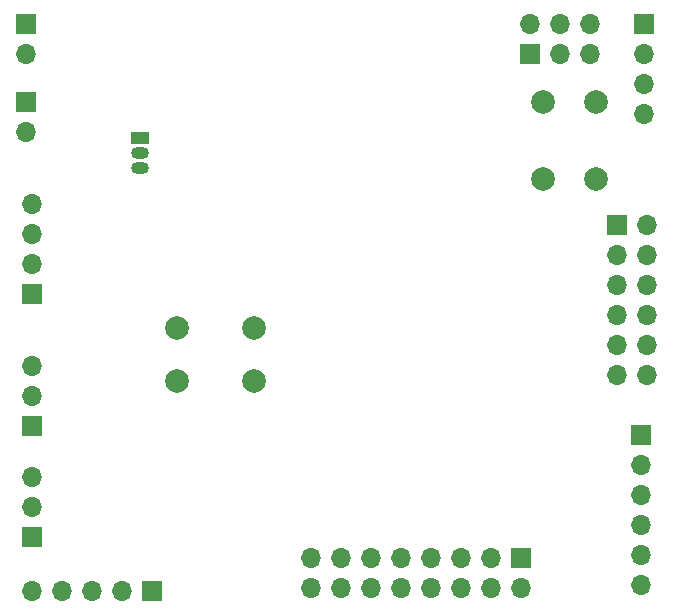
<source format=gbr>
%TF.GenerationSoftware,KiCad,Pcbnew,5.1.10-88a1d61d58~90~ubuntu21.04.1*%
%TF.CreationDate,2021-08-24T17:57:03+02:00*%
%TF.ProjectId,hendrik,68656e64-7269-46b2-9e6b-696361645f70,rev?*%
%TF.SameCoordinates,Original*%
%TF.FileFunction,Soldermask,Bot*%
%TF.FilePolarity,Negative*%
%FSLAX46Y46*%
G04 Gerber Fmt 4.6, Leading zero omitted, Abs format (unit mm)*
G04 Created by KiCad (PCBNEW 5.1.10-88a1d61d58~90~ubuntu21.04.1) date 2021-08-24 17:57:03*
%MOMM*%
%LPD*%
G01*
G04 APERTURE LIST*
%ADD10O,1.700000X1.700000*%
%ADD11R,1.700000X1.700000*%
%ADD12C,2.000000*%
%ADD13R,1.500000X1.050000*%
%ADD14O,1.500000X1.050000*%
G04 APERTURE END LIST*
D10*
%TO.C,Jult1*%
X136906000Y-112776000D03*
X136906000Y-110236000D03*
X139446000Y-112776000D03*
X139446000Y-110236000D03*
X141986000Y-112776000D03*
X141986000Y-110236000D03*
X144526000Y-112776000D03*
X144526000Y-110236000D03*
X147066000Y-112776000D03*
X147066000Y-110236000D03*
X149606000Y-112776000D03*
X149606000Y-110236000D03*
X152146000Y-112776000D03*
X152146000Y-110236000D03*
X154686000Y-112776000D03*
D11*
X154686000Y-110236000D03*
%TD*%
D10*
%TO.C,Jpwm2*%
X113284000Y-103378000D03*
X113284000Y-105918000D03*
D11*
X113284000Y-108458000D03*
%TD*%
D10*
%TO.C,Jpwm1*%
X113284000Y-93980000D03*
X113284000Y-96520000D03*
D11*
X113284000Y-99060000D03*
%TD*%
D12*
%TO.C,START*%
X161036000Y-78128000D03*
X156536000Y-78128000D03*
X161036000Y-71628000D03*
X156536000Y-71628000D03*
%TD*%
%TO.C,RESET*%
X125580000Y-95250000D03*
X125580000Y-90750000D03*
X132080000Y-95250000D03*
X132080000Y-90750000D03*
%TD*%
D13*
%TO.C,Q1*%
X122428000Y-74676000D03*
D14*
X122428000Y-77216000D03*
X122428000Y-75946000D03*
%TD*%
D10*
%TO.C,Jvac1*%
X112776000Y-74168000D03*
D11*
X112776000Y-71628000D03*
%TD*%
D10*
%TO.C,Juart1*%
X165100000Y-72644000D03*
X165100000Y-70104000D03*
X165100000Y-67564000D03*
D11*
X165100000Y-65024000D03*
%TD*%
D10*
%TO.C,Jpow1*%
X112776000Y-67564000D03*
D11*
X112776000Y-65024000D03*
%TD*%
D10*
%TO.C,Jodo1*%
X160528000Y-65024000D03*
X160528000Y-67564000D03*
X157988000Y-65024000D03*
X157988000Y-67564000D03*
X155448000Y-65024000D03*
D11*
X155448000Y-67564000D03*
%TD*%
D10*
%TO.C,Jir1*%
X165354000Y-94742000D03*
X162814000Y-94742000D03*
X165354000Y-92202000D03*
X162814000Y-92202000D03*
X165354000Y-89662000D03*
X162814000Y-89662000D03*
X165354000Y-87122000D03*
X162814000Y-87122000D03*
X165354000Y-84582000D03*
X162814000Y-84582000D03*
X165354000Y-82042000D03*
D11*
X162814000Y-82042000D03*
%TD*%
D10*
%TO.C,Ji2c1*%
X164846000Y-112522000D03*
X164846000Y-109982000D03*
X164846000Y-107442000D03*
X164846000Y-104902000D03*
X164846000Y-102362000D03*
D11*
X164846000Y-99822000D03*
%TD*%
D10*
%TO.C,Jdbg1*%
X113284000Y-113030000D03*
X115824000Y-113030000D03*
X118364000Y-113030000D03*
X120904000Y-113030000D03*
D11*
X123444000Y-113030000D03*
%TD*%
D10*
%TO.C,Jbat1*%
X113284000Y-80264000D03*
X113284000Y-82804000D03*
X113284000Y-85344000D03*
D11*
X113284000Y-87884000D03*
%TD*%
M02*

</source>
